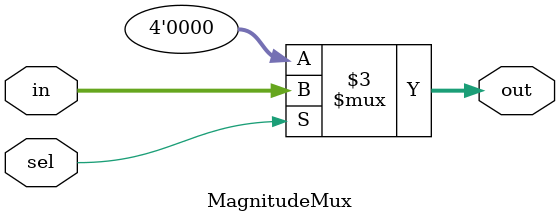
<source format=v>
`timescale 1ns / 1ps

module MagnitudeMux #(parameter Width = 4)
                     (input [Width-1:0]  in,
                      input sel,
                      output reg [Width-1:0] out);
  
always @ (*)
    if (sel)
        out = in;
    else
        out = 0;
        
endmodule

</source>
